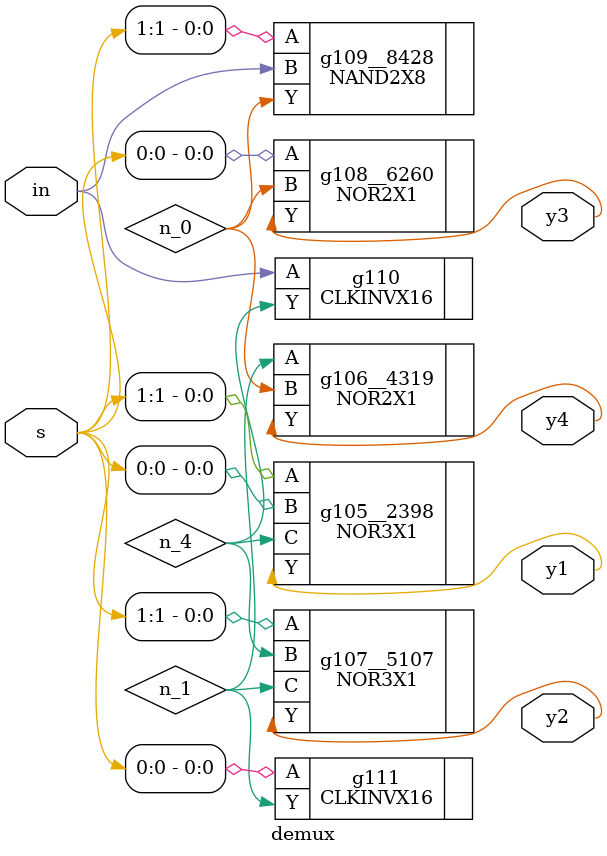
<source format=v>


// Verification Directory fv/demux 

module demux(in, s, y1, y2, y3, y4);
  input in;
  input [1:0] s;
  output y1, y2, y3, y4;
  wire in;
  wire [1:0] s;
  wire y1, y2, y3, y4;
  wire n_0, n_1, n_4;
  NOR3X1 g105__2398(.A (s[1]), .B (s[0]), .C (n_4), .Y (y1));
  NOR3X1 g107__5107(.A (s[1]), .B (n_4), .C (n_1), .Y (y2));
  NOR2X1 g108__6260(.A (s[0]), .B (n_0), .Y (y3));
  NOR2X1 g106__4319(.A (n_1), .B (n_0), .Y (y4));
  NAND2X8 g109__8428(.A (s[1]), .B (in), .Y (n_0));
  CLKINVX16 g110(.A (in), .Y (n_4));
  CLKINVX16 g111(.A (s[0]), .Y (n_1));
endmodule


</source>
